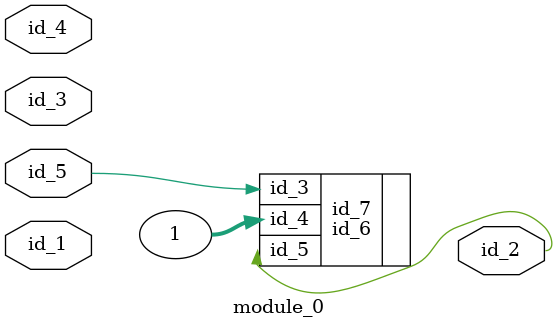
<source format=v>
module module_0 (
    id_1,
    id_2,
    id_3,
    id_4,
    id_5
);
  input id_5;
  input id_4;
  input id_3;
  output id_2;
  input id_1;
  id_6 id_7 (
      .id_5(id_2),
      .id_3(id_5),
      .id_4(1)
  );
  id_8 id_9 (
      .id_2(id_1),
      .id_3(id_1)
  );
endmodule

</source>
